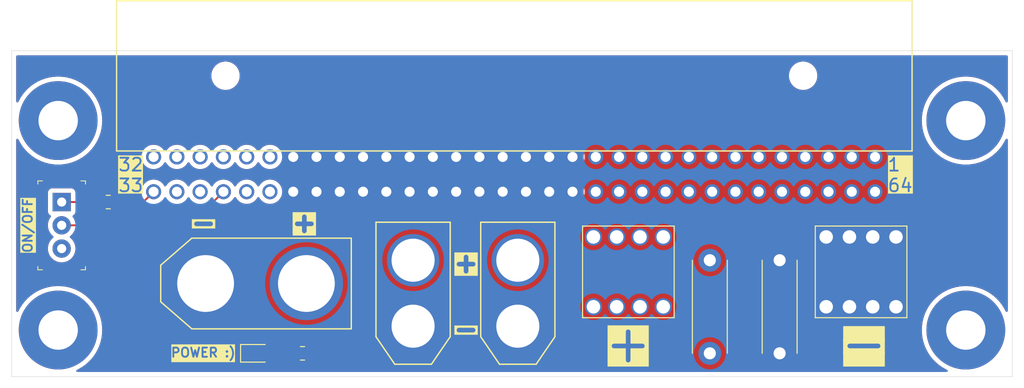
<source format=kicad_pcb>
(kicad_pcb (version 20240108) (generator "pcbnew") (generator_version "8.0")
  (layers (0 "F.Cu" signal) (31 "B.Cu" signal) (34 "B.Paste" user) (35 "F.Paste" user) (36 "B.SilkS" user "B.Silkscreen") (37 "F.SilkS" user "F.Silkscreen") (38 "B.Mask" user) (39 "F.Mask" user) (44 "Edge.Cuts" user))
  (net 0 "")
  (net 1 "GND")
  (net 2 "Net-(D1-A)")
  (net 4 "+12V")
  (net 9 "Net-(J1-Pin_36)")
  (net 12 "Net-(J1-Pin_33)")
  (net 16 "Net-(SW1-B)")
  (footprint "Common_slot2:10053363-200LF" (layer "F.Cu") (at 138.684 74.4446)
    (property "Reference" "J1" (hide yes))
    (property "Value" "Val**" (hide yes))
    (fp_line (start -43.41 -18.95) (end 43.41 -18.95) (stroke (width 0.1524)) (layer "F.SilkS"))
    (fp_line (start -43.41 -2.55) (end -43.41 -18.95) (stroke (width 0.1524)) (layer "F.SilkS"))
    (fp_line (start 43.41 -18.95) (end 43.41 -2.55) (stroke (width 0.1524)) (layer "F.SilkS"))
    (fp_line (start 43.41 -2.55) (end -43.41 -2.55) (stroke (width 0.1524)) (layer "F.SilkS"))
    (fp_text user "32\n33" (at -40.386 2.032 0) (layer "F.SilkS" knockout) (effects (font (size 1.40208 1.40208) (thickness 0.2032)) (justify right bottom)))
    (fp_text user "1\n64" (at 40.64 2.032 0) (layer "F.SilkS" knockout) (effects (font (size 1.40208 1.40208) (thickness 0.2032)) (justify left bottom)))
    (pad "" np_thru_hole circle (at -31.52 -10.76) (size 2.6 2.6) (drill 2.6) (layers "*.Cu" "*.Mask"))
    (pad "" np_thru_hole circle (at 31.52 -10.76) (size 2.6 2.6) (drill 2.6) (layers "*.Cu" "*.Mask"))
    (pad "1" thru_hole circle (at 39.37 -1.9) (size 1.65 1.65) (drill 1.1) (layers "*.Cu" "*.Mask") (net 4 "+12V"))
    (pad "2" thru_hole circle (at 36.83 -1.9) (size 1.65 1.65) (drill 1.1) (layers "*.Cu" "*.Mask") (net 4 "+12V"))
    (pad "3" thru_hole circle (at 34.29 -1.9) (size 1.65 1.65) (drill 1.1) (layers "*.Cu" "*.Mask") (net 4 "+12V"))
    (pad "4" thru_hole circle (at 31.75 -1.9) (size 1.65 1.65) (drill 1.1) (layers "*.Cu" "*.Mask") (net 4 "+12V"))
    (pad "5" thru_hole circle (at 29.21 -1.9) (size 1.65 1.65) (drill 1.1) (layers "*.Cu" "*.Mask") (net 4 "+12V"))
    (pad "6" thru_hole circle (at 26.67 -1.9) (size 1.65 1.65) (drill 1.1) (layers "*.Cu" "*.Mask") (net 4 "+12V"))
    (pad "7" thru_hole circle (at 24.13 -1.9) (size 1.65 1.65) (drill 1.1) (layers "*.Cu" "*.Mask") (net 4 "+12V"))
    (pad "8" thru_hole circle (at 21.59 -1.9) (size 1.65 1.65) (drill 1.1) (layers "*.Cu" "*.Mask") (net 4 "+12V"))
    (pad "9" thru_hole circle (at 19.05 -1.9) (size 1.65 1.65) (drill 1.1) (layers "*.Cu" "*.Mask") (net 4 "+12V"))
    (pad "10" thru_hole circle (at 16.51 -1.9) (size 1.65 1.65) (drill 1.1) (layers "*.Cu" "*.Mask") (net 4 "+12V"))
    (pad "11" thru_hole circle (at 13.97 -1.9) (size 1.65 1.65) (drill 1.1) (layers "*.Cu" "*.Mask") (net 4 "+12V"))
    (pad "12" thru_hole circle (at 11.43 -1.9) (size 1.65 1.65) (drill 1.1) (layers "*.Cu" "*.Mask") (net 4 "+12V"))
    (pad "13" thru_hole circle (at 8.89 -1.9) (size 1.65 1.65) (drill 1.1) (layers "*.Cu" "*.Mask") (net 4 "+12V"))
    (pad "14" thru_hole circle (at 6.35 -1.9) (size 1.65 1.65) (drill 1.1) (layers "*.Cu" "*.Mask") (net 1 "GND"))
    (pad "15" thru_hole circle (at 3.81 -1.9) (size 1.65 1.65) (drill 1.1) (layers "*.Cu" "*.Mask") (net 1 "GND"))
    (pad "16" thru_hole circle (at 1.27 -1.9) (size 1.65 1.65) (drill 1.1) (layers "*.Cu" "*.Mask") (net 1 "GND"))
    (pad "17" thru_hole circle (at -1.27 -1.9) (size 1.65 1.65) (drill 1.1) (layers "*.Cu" "*.Mask") (net 1 "GND"))
    (pad "18" thru_hole circle (at -3.81 -1.9) (size 1.65 1.65) (drill 1.1) (layers "*.Cu" "*.Mask") (net 1 "GND"))
    (pad "19" thru_hole circle (at -6.35 -1.9) (size 1.65 1.65) (drill 1.1) (layers "*.Cu" "*.Mask") (net 1 "GND"))
    (pad "20" thru_hole circle (at -8.89 -1.9) (size 1.65 1.65) (drill 1.1) (layers "*.Cu" "*.Mask") (net 1 "GND"))
    (pad "21" thru_hole circle (at -11.43 -1.9) (size 1.65 1.65) (drill 1.1) (layers "*.Cu" "*.Mask") (net 1 "GND"))
    (pad "22" thru_hole circle (at -13.97 -1.9) (size 1.65 1.65) (drill 1.1) (layers "*.Cu" "*.Mask") (net 1 "GND"))
    (pad "23" thru_hole circle (at -16.51 -1.9) (size 1.65 1.65) (drill 1.1) (layers "*.Cu" "*.Mask") (net 1 "GND"))
    (pad "24" thru_hole circle (at -19.05 -1.9) (size 1.65 1.65) (drill 1.1) (layers "*.Cu" "*.Mask") (net 1 "GND"))
    (pad "25" thru_hole circle (at -21.59 -1.9) (size 1.65 1.65) (drill 1.1) (layers "*.Cu" "*.Mask") (net 1 "GND"))
    (pad "26" thru_hole circle (at -24.13 -1.9) (size 1.65 1.65) (drill 1.1) (layers "*.Cu" "*.Mask") (net 1 "GND"))
    (pad "27" thru_hole circle (at -26.67 -1.9) (size 1.65 1.65) (drill 1.1) (layers "*.Cu" "*.Mask"))
    (pad "28" thru_hole circle (at -29.21 -1.9) (size 1.65 1.65) (drill 1.1) (layers "*.Cu" "*.Mask"))
    (pad "29" thru_hole circle (at -31.75 -1.9) (size 1.65 1.65) (drill 1.1) (layers "*.Cu" "*.Mask"))
    (pad "30" thru_hole circle (at -34.29 -1.9) (size 1.65 1.65) (drill 1.1) (layers "*.Cu" "*.Mask"))
    (pad "31" thru_hole circle (at -36.83 -1.9) (size 1.65 1.65) (drill 1.1) (layers "*.Cu" "*.Mask"))
    (pad "32" thru_hole circle (at -39.37 -1.9) (size 1.65 1.65) (drill 1.1) (layers "*.Cu" "*.Mask"))
    (pad "33" thru_hole circle (at -39.37 1.9) (size 1.65 1.65) (drill 1.1) (layers "*.Cu" "*.Mask") (net 12 "Net-(J1-Pin_33)"))
    (pad "34" thru_hole circle (at -36.83 1.9) (size 1.65 1.65) (drill 1.1) (layers "*.Cu" "*.Mask"))
    (pad "35" thru_hole circle (at -34.29 1.9) (size 1.65 1.65) (drill 1.1) (layers "*.Cu" "*.Mask"))
    (pad "36" thru_hole circle (at -31.75 1.9) (size 1.65 1.65) (drill 1.1) (layers "*.Cu" "*.Mask") (net 9 "Net-(J1-Pin_36)"))
    (pad "37" thru_hole circle (at -29.21 1.9) (size 1.65 1.65) (drill 1.1) (layers "*.Cu" "*.Mask"))
    (pad "38" thru_hole circle (at -26.67 1.9) (size 1.65 1.65) (drill 1.1) (layers "*.Cu" "*.Mask"))
    (pad "39" thru_hole circle (at -24.13 1.9) (size 1.65 1.65) (drill 1.1) (layers "*.Cu" "*.Mask") (net 1 "GND"))
    (pad "40" thru_hole circle (at -21.59 1.9) (size 1.65 1.65) (drill 1.1) (layers "*.Cu" "*.Mask") (net 1 "GND"))
    (pad "41" thru_hole circle (at -19.05 1.9) (size 1.65 1.65) (drill 1.1) (layers "*.Cu" "*.Mask") (net 1 "GND"))
    (pad "42" thru_hole circle (at -16.51 1.9) (size 1.65 1.65) (drill 1.1) (layers "*.Cu" "*.Mask") (net 1 "GND"))
    (pad "43" thru_hole circle (at -13.97 1.9) (size 1.65 1.65) (drill 1.1) (layers "*.Cu" "*.Mask") (net 1 "GND"))
    (pad "44" thru_hole circle (at -11.43 1.9) (size 1.65 1.65) (drill 1.1) (layers "*.Cu" "*.Mask") (net 1 "GND"))
    (pad "45" thru_hole circle (at -8.89 1.9) (size 1.65 1.65) (drill 1.1) (layers "*.Cu" "*.Mask") (net 1 "GND"))
    (pad "46" thru_hole circle (at -6.35 1.9) (size 1.65 1.65) (drill 1.1) (layers "*.Cu" "*.Mask") (net 1 "GND"))
    (pad "47" thru_hole circle (at -3.81 1.9) (size 1.65 1.65) (drill 1.1) (layers "*.Cu" "*.Mask") (net 1 "GND"))
    (pad "48" thru_hole circle (at -1.27 1.9) (size 1.65 1.65) (drill 1.1) (layers "*.Cu" "*.Mask") (net 1 "GND"))
    (pad "49" thru_hole circle (at 1.27 1.9) (size 1.65 1.65) (drill 1.1) (layers "*.Cu" "*.Mask") (net 1 "GND"))
    (pad "50" thru_hole circle (at 3.81 1.9) (size 1.65 1.65) (drill 1.1) (layers "*.Cu" "*.Mask") (net 1 "GND"))
    (pad "51" thru_hole circle (at 6.35 1.9) (size 1.65 1.65) (drill 1.1) (layers "*.Cu" "*.Mask") (net 1 "GND"))
    (pad "52" thru_hole circle (at 8.89 1.9) (size 1.65 1.65) (drill 1.1) (layers "*.Cu" "*.Mask") (net 4 "+12V"))
    (pad "53" thru_hole circle (at 11.43 1.9) (size 1.65 1.65) (drill 1.1) (layers "*.Cu" "*.Mask") (net 4 "+12V"))
    (pad "54" thru_hole circle (at 13.97 1.9) (size 1.65 1.65) (drill 1.1) (layers "*.Cu" "*.Mask") (net 4 "+12V"))
    (pad "55" thru_hole circle (at 16.51 1.9) (size 1.65 1.65) (drill 1.1) (layers "*.Cu" "*.Mask") (net 4 "+12V"))
    (pad "56" thru_hole circle (at 19.05 1.9) (size 1.65 1.65) (drill 1.1) (layers "*.Cu" "*.Mask") (net 4 "+12V"))
    (pad "57" thru_hole circle (at 21.59 1.9) (size 1.65 1.65) (drill 1.1) (layers "*.Cu" "*.Mask") (net 4 "+12V"))
    (pad "58" thru_hole circle (at 24.13 1.9) (size 1.65 1.65) (drill 1.1) (layers "*.Cu" "*.Mask") (net 4 "+12V"))
    (pad "59" thru_hole circle (at 26.67 1.9) (size 1.65 1.65) (drill 1.1) (layers "*.Cu" "*.Mask") (net 4 "+12V"))
    (pad "60" thru_hole circle (at 29.21 1.9) (size 1.65 1.65) (drill 1.1) (layers "*.Cu" "*.Mask") (net 4 "+12V"))
    (pad "61" thru_hole circle (at 31.75 1.9) (size 1.65 1.65) (drill 1.1) (layers "*.Cu" "*.Mask") (net 4 "+12V"))
    (pad "62" thru_hole circle (at 34.29 1.9) (size 1.65 1.65) (drill 1.1) (layers "*.Cu" "*.Mask") (net 4 "+12V"))
    (pad "63" thru_hole circle (at 36.83 1.9) (size 1.65 1.65) (drill 1.1) (layers "*.Cu" "*.Mask") (net 4 "+12V"))
    (pad "64" thru_hole circle (at 39.37 1.9) (size 1.65 1.65) (drill 1.1) (layers "*.Cu" "*.Mask") (net 4 "+12V"))
  )
  (footprint "RedCube:M6_Hole_8Pin_7461084" (layer "F.Cu") (at 151.13 85.09)
    (property "Reference" "J5" (hide yes))
    (property "Value" "RedCube_P" (hide yes))
    (fp_line (start -5 -5) (end 5 -5) (stroke (width 0.12)) (layer "F.SilkS"))
    (fp_line (start -5 5) (end -5 -5) (stroke (width 0.12)) (layer "F.SilkS"))
    (fp_line (start 5 -5) (end 5 5) (stroke (width 0.12)) (layer "F.SilkS"))
    (fp_line (start 5 5) (end -5 5) (stroke (width 0.12)) (layer "F.SilkS"))
    (pad "1" thru_hole circle (at -3.81 -3.81) (size 1.875 1.875) (drill 1.475) (layers "*.Cu" "*.Mask") (net 4 "+12V"))
    (pad "1" thru_hole circle (at -3.81 3.81) (size 1.875 1.875) (drill 1.475) (layers "*.Cu" "*.Mask") (net 4 "+12V"))
    (pad "1" thru_hole circle (at -1.27 -3.81) (size 1.875 1.875) (drill 1.475) (layers "*.Cu" "*.Mask") (net 4 "+12V"))
    (pad "1" thru_hole circle (at -1.27 3.81) (size 1.875 1.875) (drill 1.475) (layers "*.Cu" "*.Mask") (net 4 "+12V"))
    (pad "1" thru_hole circle (at 1.27 -3.81) (size 1.875 1.875) (drill 1.475) (layers "*.Cu" "*.Mask") (net 4 "+12V"))
    (pad "1" thru_hole circle (at 1.27 3.81) (size 1.875 1.875) (drill 1.475) (layers "*.Cu" "*.Mask") (net 4 "+12V"))
    (pad "1" thru_hole circle (at 3.81 -3.81) (size 1.875 1.875) (drill 1.475) (layers "*.Cu" "*.Mask") (net 4 "+12V"))
    (pad "1" thru_hole circle (at 3.81 3.81) (size 1.875 1.875) (drill 1.475) (layers "*.Cu" "*.Mask") (net 4 "+12V"))
  )
  (footprint "Banana:Cinch_HorizontalBanana" (layer "F.Cu") (at 160.02 88.9 90)
    (property "Reference" "J7" (hide yes))
    (property "Value" "Banana_P" (hide yes))
    (fp_line (start -5.08 -1.905) (end 5.08 -1.905) (stroke (width 0.12)) (layer "F.SilkS"))
    (fp_line (start 5.08 1.905) (end -5.08 1.905) (stroke (width 0.12)) (layer "F.SilkS"))
    (pad "1" thru_hole circle (at -5.08 0 90) (size 2.5 2.5) (drill 1.32) (layers "*.Cu" "*.Mask") (net 4 "+12V"))
    (pad "1" thru_hole circle (at 5.08 0 90) (size 2.5 2.5) (drill 1.32) (layers "*.Cu" "*.Mask") (net 4 "+12V"))
  )
  (footprint "Resistor_SMD:R_0805_2012Metric" (layer "F.Cu") (at 94.361 77.47)
    (property "Reference" "R1" (hide yes))
    (property "Value" "1K" (hide yes))
    (fp_line (start -0.227064 -0.735) (end 0.227064 -0.735) (stroke (width 0.12)) (layer "F.SilkS"))
    (fp_line (start -0.227064 0.735) (end 0.227064 0.735) (stroke (width 0.12)) (layer "F.SilkS"))
    (pad "1" smd roundrect (at -0.9125 0) (size 1.025 1.4) (layers "F.Cu" "F.Paste" "F.Mask") (roundrect_rratio 0.243902) (net 16 "Net-(SW1-B)"))
    (pad "2" smd roundrect (at 0.9125 0) (size 1.025 1.4) (layers "F.Cu" "F.Paste" "F.Mask") (roundrect_rratio 0.243902) (net 12 "Net-(J1-Pin_33)"))
  )
  (footprint "Resistor_SMD:R_0805_2012Metric" (layer "F.Cu") (at 115.57 93.98 180)
    (property "Reference" "R2" (hide yes))
    (property "Value" "1K" (hide yes))
    (fp_line (start -0.227064 0.735) (end 0.227064 0.735) (stroke (width 0.12)) (layer "F.SilkS"))
    (fp_line (start -0.227064 -0.735) (end 0.227064 -0.735) (stroke (width 0.12)) (layer "F.SilkS"))
    (pad "1" smd roundrect (at -0.9125 0 180) (size 1.025 1.4) (layers "F.Cu" "F.Paste" "F.Mask") (roundrect_rratio 0.243902) (net 4 "+12V"))
    (pad "2" smd roundrect (at 0.9125 0 180) (size 1.025 1.4) (layers "F.Cu" "F.Paste" "F.Mask") (roundrect_rratio 0.243902) (net 2 "Net-(D1-A)"))
  )
  (footprint "Common_slot2:XT90_Numbered" (layer "F.Cu") (at 110.49 86.36 90)
    (property "Reference" "J2" (hide yes))
    (property "Value" "XT90" (hide yes))
    (fp_line (start 2 -10.4) (end -2 -10.4) (stroke (width 0.1524)) (layer "F.SilkS"))
    (fp_line (start -2 -10.4) (end -4.95 -7) (stroke (width 0.1524)) (layer "F.SilkS"))
    (fp_line (start 4.95 -7) (end 2 -10.4) (stroke (width 0.1524)) (layer "F.SilkS"))
    (fp_line (start -4.95 -7) (end -4.95 10.4) (stroke (width 0.1524)) (layer "F.SilkS"))
    (fp_line (start 4.95 10.4) (end 4.95 -7) (stroke (width 0.1524)) (layer "F.SilkS"))
    (fp_line (start -4.95 10.4) (end 4.95 10.4) (stroke (width 0.1524)) (layer "F.SilkS"))
    (pad "1" thru_hole circle (at 0 -5.5 90) (size 8 8) (drill 6.2) (layers "*.Cu" "*.Mask") (net 1 "GND"))
    (pad "2" thru_hole circle (at 0 5.5 90) (size 8 8) (drill 6.2) (layers "*.Cu" "*.Mask") (net 4 "+12V"))
  )
  (footprint "MountingHole:MountingHole_4.3mm_M4_Pad" (layer "F.Cu") (at 187.96 91.44)
    (property "Reference" "H4" (hide yes))
    (property "Value" "MountingHole" (hide yes))
    (pad "1" thru_hole circle (at 0 0) (size 8.6 8.6) (drill 4.3) (layers "*.Cu" "*.Mask"))
  )
  (footprint "Common_slot2:XT60_Numbered" (layer "F.Cu") (at 127.635 87.42 180)
    (property "Reference" "J3" (hide yes))
    (property "Value" "XT60" (hide yes))
    (fp_line (start 4.05 7.75) (end -4.05 7.75) (stroke (width 0.1524)) (layer "F.SilkS"))
    (fp_line (start 4.05 -4.75) (end 4.05 7.75) (stroke (width 0.1524)) (layer "F.SilkS"))
    (fp_line (start 2 -7.75) (end 4.05 -4.75) (stroke (width 0.1524)) (layer "F.SilkS"))
    (fp_line (start -2 -7.75) (end 2 -7.75) (stroke (width 0.1524)) (layer "F.SilkS"))
    (fp_line (start -4.05 7.75) (end -4.05 -4.75) (stroke (width 0.1524)) (layer "F.SilkS"))
    (fp_line (start -4.05 -4.75) (end -2 -7.75) (stroke (width 0.1524)) (layer "F.SilkS"))
    (pad "1" thru_hole circle (at 0 -3.6 180) (size 5.716 5.716) (drill 4.7) (layers "*.Cu" "*.Mask") (net 1 "GND"))
    (pad "2" thru_hole circle (at 0 3.6 180) (size 5.716 5.716) (drill 4.7) (layers "*.Cu" "*.Mask") (net 4 "+12V"))
  )
  (footprint "MountingHole:MountingHole_4.3mm_M4_Pad" (layer "F.Cu") (at 88.9 68.58)
    (property "Reference" "H1" (hide yes))
    (property "Value" "MountingHole" (hide yes))
    (pad "1" thru_hole circle (at 0 0) (size 8.6 8.6) (drill 4.3) (layers "*.Cu" "*.Mask"))
  )
  (footprint "RedCube:M6_Hole_8Pin_7461084" (layer "F.Cu") (at 176.53 85.09)
    (property "Reference" "J6" (hide yes))
    (property "Value" "RedCube_N" (hide yes))
    (fp_line (start -5 -5) (end 5 -5) (stroke (width 0.12)) (layer "F.SilkS"))
    (fp_line (start -5 5) (end -5 -5) (stroke (width 0.12)) (layer "F.SilkS"))
    (fp_line (start 5 -5) (end 5 5) (stroke (width 0.12)) (layer "F.SilkS"))
    (fp_line (start 5 5) (end -5 5) (stroke (width 0.12)) (layer "F.SilkS"))
    (pad "1" thru_hole circle (at -3.81 -3.81) (size 1.875 1.875) (drill 1.475) (layers "*.Cu" "*.Mask") (net 1 "GND"))
    (pad "1" thru_hole circle (at -3.81 3.81) (size 1.875 1.875) (drill 1.475) (layers "*.Cu" "*.Mask") (net 1 "GND"))
    (pad "1" thru_hole circle (at -1.27 -3.81) (size 1.875 1.875) (drill 1.475) (layers "*.Cu" "*.Mask") (net 1 "GND"))
    (pad "1" thru_hole circle (at -1.27 3.81) (size 1.875 1.875) (drill 1.475) (layers "*.Cu" "*.Mask") (net 1 "GND"))
    (pad "1" thru_hole circle (at 1.27 -3.81) (size 1.875 1.875) (drill 1.475) (layers "*.Cu" "*.Mask") (net 1 "GND"))
    (pad "1" thru_hole circle (at 1.27 3.81) (size 1.875 1.875) (drill 1.475) (layers "*.Cu" "*.Mask") (net 1 "GND"))
    (pad "1" thru_hole circle (at 3.81 -3.81) (size 1.875 1.875) (drill 1.475) (layers "*.Cu" "*.Mask") (net 1 "GND"))
    (pad "1" thru_hole circle (at 3.81 3.81) (size 1.875 1.875) (drill 1.475) (layers "*.Cu" "*.Mask") (net 1 "GND"))
  )
  (footprint "Banana:Cinch_HorizontalBanana" (layer "F.Cu") (at 167.64 88.9 90)
    (property "Reference" "J8" (hide yes))
    (property "Value" "Banana_N" (hide yes))
    (fp_line (start -5.08 -1.905) (end 5.08 -1.905) (stroke (width 0.12)) (layer "F.SilkS"))
    (fp_line (start 5.08 1.905) (end -5.08 1.905) (stroke (width 0.12)) (layer "F.SilkS"))
    (pad "1" thru_hole circle (at -5.08 0 90) (size 2.5 2.5) (drill 1.32) (layers "*.Cu" "*.Mask") (net 1 "GND"))
    (pad "1" thru_hole circle (at 5.08 0 90) (size 2.5 2.5) (drill 1.32) (layers "*.Cu" "*.Mask") (net 1 "GND"))
  )
  (footprint "LED_SMD:LED_0805_2012Metric" (layer "F.Cu") (at 110.49 93.98)
    (property "Reference" "D1" (hide yes))
    (property "Value" "LED" (hide yes))
    (fp_line (start -1.685 -0.96) (end -1.685 0.96) (stroke (width 0.12)) (layer "F.SilkS"))
    (fp_line (start -1.685 0.96) (end 1 0.96) (stroke (width 0.12)) (layer "F.SilkS"))
    (fp_line (start 1 -0.96) (end -1.685 -0.96) (stroke (width 0.12)) (layer "F.SilkS"))
    (pad "1" smd roundrect (at -0.9375 0) (size 0.975 1.4) (layers "F.Cu" "F.Paste" "F.Mask") (net 1 "GND"))
    (pad "2" smd roundrect (at 0.9375 0) (size 0.975 1.4) (layers "F.Cu" "F.Paste" "F.Mask") (net 2 "Net-(D1-A)"))
  )
  (footprint "Common_slot2:XT60_Numbered" (layer "F.Cu") (at 139.065 87.42 180)
    (property "Reference" "J4" (hide yes))
    (property "Value" "XT60" (hide yes))
    (fp_line (start 4.05 7.75) (end -4.05 7.75) (stroke (width 0.1524)) (layer "F.SilkS"))
    (fp_line (start 4.05 -4.75) (end 4.05 7.75) (stroke (width 0.1524)) (layer "F.SilkS"))
    (fp_line (start 2 -7.75) (end 4.05 -4.75) (stroke (width 0.1524)) (layer "F.SilkS"))
    (fp_line (start -2 -7.75) (end 2 -7.75) (stroke (width 0.1524)) (layer "F.SilkS"))
    (fp_line (start -4.05 7.75) (end -4.05 -4.75) (stroke (width 0.1524)) (layer "F.SilkS"))
    (fp_line (start -4.05 -4.75) (end -2 -7.75) (stroke (width 0.1524)) (layer "F.SilkS"))
    (pad "1" thru_hole circle (at 0 -3.6 180) (size 5.716 5.716) (drill 4.7) (layers "*.Cu" "*.Mask") (net 1 "GND"))
    (pad "2" thru_hole circle (at 0 3.6 180) (size 5.716 5.716) (drill 4.7) (layers "*.Cu" "*.Mask") (net 4 "+12V"))
  )
  (footprint "MountingHole:MountingHole_4.3mm_M4_Pad" (layer "F.Cu") (at 88.9 91.44)
    (property "Reference" "H3" (hide yes))
    (property "Value" "MountingHole" (hide yes))
    (pad "1" thru_hole circle (at 0 0) (size 8.6 8.6) (drill 4.3) (layers "*.Cu" "*.Mask"))
  )
  (footprint "MountingHole:MountingHole_4.3mm_M4_Pad" (layer "F.Cu") (at 187.96 68.58)
    (property "Reference" "H2" (hide yes))
    (property "Value" "MountingHole" (hide yes))
    (pad "1" thru_hole circle (at 0 0) (size 8.6 8.6) (drill 4.3) (layers "*.Cu" "*.Mask"))
  )
  (footprint "digikey-footprints:Switch_Toggle_ATE1D-2M3-10-Z" (layer "F.Cu") (at 89.281 80.01 -90)
    (property "Reference" "SW1" (hide yes))
    (property "Value" "ON/OFF" (at 0.02 3.71 90) (layer "F.SilkS" knockout) (effects (font (thickness 0.2032) (bold yes))))
    (fp_line (start -4.85 2.6) (end -4.5 2.6) (stroke (width 0.1)) (layer "F.SilkS"))
    (fp_line (start -4.85 2.6) (end -4.85 2.1) (stroke (width 0.1)) (layer "F.SilkS"))
    (fp_line (start 4.85 2.6) (end 4.5 2.6) (stroke (width 0.1)) (layer "F.SilkS"))
    (fp_line (start 4.85 2.6) (end 4.85 2.1) (stroke (width 0.1)) (layer "F.SilkS"))
    (fp_line (start -4.85 -2.6) (end -4.85 -2.1) (stroke (width 0.1)) (layer "F.SilkS"))
    (fp_line (start -4.85 -2.6) (end -4.5 -2.6) (stroke (width 0.1)) (layer "F.SilkS"))
    (fp_line (start 4.85 -2.6) (end 4.85 -2.1) (stroke (width 0.1)) (layer "F.SilkS"))
    (fp_line (start 4.85 -2.6) (end 4.5 -2.6) (stroke (width 0.1)) (layer "F.SilkS"))
    (pad "1" thru_hole rect (at -2.54 0 270) (size 2 2) (drill 1) (layers "*.Cu" "*.Mask") (net 16 "Net-(SW1-B)"))
    (pad "2" thru_hole circle (at 0 0 270) (size 2 2) (drill 1) (layers "*.Cu" "*.Mask") (net 9 "Net-(J1-Pin_36)"))
    (pad "3" thru_hole circle (at 2.54 0 270) (size 2 2) (drill 1) (layers "*.Cu" "*.Mask"))
  )
  (gr_rect (start 174.625 91.059) (end 179.07 92.583) (stroke (width 0.1)) (fill solid) (layer "F.SilkS"))
  (gr_rect (start 174.625 92.456) (end 174.879 93.98) (stroke (width 0.1)) (fill solid) (layer "F.SilkS"))
  (gr_rect (start 174.625 93.853) (end 179.07 95.377) (stroke (width 0.1)) (fill solid) (layer "F.SilkS"))
  (gr_rect (start 178.816 92.456) (end 179.07 93.98) (stroke (width 0.1)) (fill solid) (layer "F.SilkS"))
  (gr_rect (start 83.82 60.96) (end 193.04 96.52) (stroke (width 0.05)) (fill none) (layer "Edge.Cuts"))
  (gr_text "-" (at 131.826 92.49574 0) (layer "F.SilkS" knockout) (effects (font (size 2.032 2.032) (thickness 0.508)) (justify left bottom)))
  (gr_text "POWER :)" (at 101.092 94.488 0) (layer "F.SilkS" knockout) (effects (font (size 1 1) (thickness 0.2032) (bold yes)) (justify left bottom)))
  (gr_text "-" (at 173.99 95.25 0) (layer "F.SilkS" knockout) (effects (font (size 4.064 4.064) (thickness 0.508)) (justify left bottom)))
  (gr_text "-" (at 103.173295 80.899 0) (layer "F.SilkS" knockout) (effects (font (size 2.032 2.032) (thickness 0.508)) (justify left bottom)))
  (gr_text "+" (at 114.173 80.899 0) (layer "F.SilkS" knockout) (effects (font (size 2.032 2.032) (thickness 0.508)) (justify left bottom)))
  (gr_text "+" (at 131.826 85.29574 0) (layer "F.SilkS" knockout) (effects (font (size 2.032 2.032) (thickness 0.508)) (justify left bottom)))
  (gr_text "+" (at 148.258591 95.25 0) (layer "F.SilkS" knockout) (effects (font (size 4.064 4.064) (thickness 0.508)) (justify left bottom)))
  (segment (start 109.5525 90.9225) (end 104.99 86.36) (width 0.2) (layer "F.Cu") (net 1))
  (segment (start 109.5525 93.98) (end 109.5525 90.9225) (width 0.2) (layer "F.Cu") (net 1))
  (segment (start 114.6575 93.98) (end 111.4275 93.98) (width 0.2) (layer "F.Cu") (net 2))
  (segment (start 96.52 78.105) (end 105.1736 78.105) (width 0.2) (layer "F.Cu") (net 9))
  (segment (start 105.1736 78.105) (end 106.934 76.3446) (width 0.2) (layer "F.Cu") (net 9))
  (segment (start 94.615 80.01) (end 96.52 78.105) (width 0.2) (layer "F.Cu") (net 9))
  (segment (start 89.281 80.01) (end 94.615 80.01) (width 0.2) (layer "F.Cu") (net 9))
  (segment (start 95.2735 77.47) (end 98.1886 77.47) (width 0.2) (layer "F.Cu") (net 12))
  (segment (start 98.1886 77.47) (end 99.314 76.3446) (width 0.2) (layer "F.Cu") (net 12))
  (segment (start 89.281 77.47) (end 93.4485 77.47) (width 0.2) (layer "F.Cu") (net 16))
  (zone (net 4) (net_name "+12V") (layer "F.Cu") (connect_pads yes (clearance 0.5)) (min_thickness 0.25) (fill yes (thermal_gap 0.5) (thermal_bridge_width 0.5))
    (polygon (pts (xy 82.55 59.69) (xy 194.31 59.69) (xy 194.31 97.79) (xy 82.55 97.79)))
  )
  (zone (net 1) (net_name "GND") (layer "B.Cu") (priority 1) (connect_pads yes (clearance 0.5)) (min_thickness 0.25) (fill yes (thermal_gap 0.5) (thermal_bridge_width 0.5))
    (polygon (pts (xy 82.55 59.69) (xy 194.31 59.69) (xy 194.31 97.79) (xy 82.55 97.79)))
  )
)
</source>
